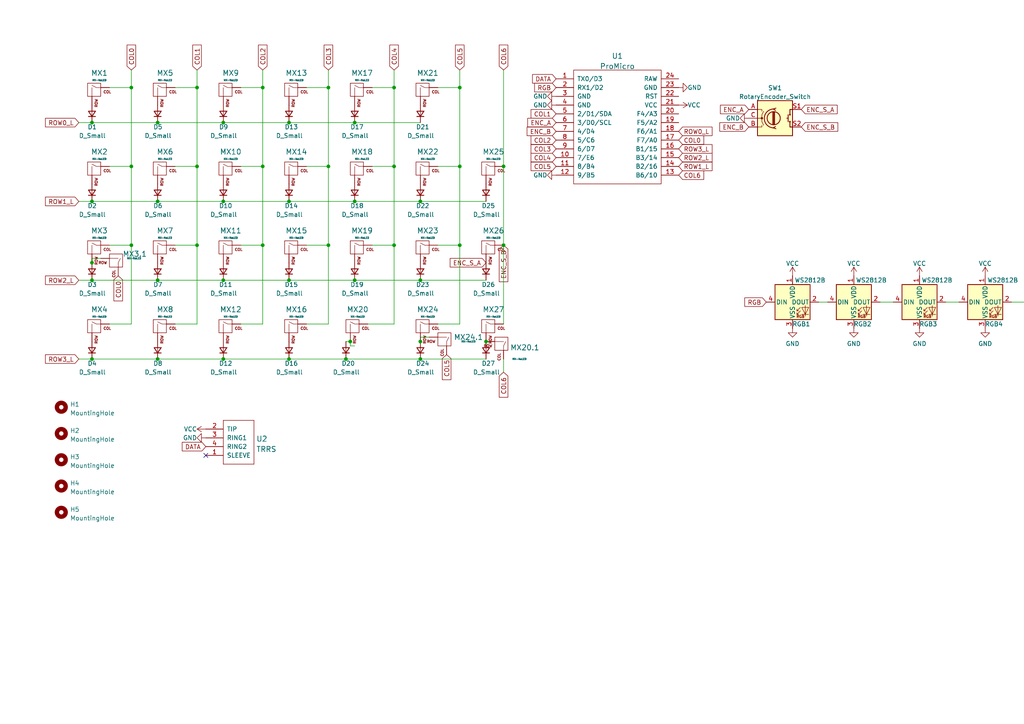
<source format=kicad_sch>
(kicad_sch (version 20230121) (generator eeschema)
  (paper "A4")
  (lib_symbols
    (symbol "Device:D_Small" (pin_numbers hide) (pin_names (offset 0.254) hide)
      (property "Reference" "D" (at -1.27 2.032 0))
      (property "Value" "D_Small" (at -3.81 -2.032 0))
      (symbol "D_Small_0_1"
        (polyline (pts (xy -0.762 -1.016) (xy -0.762 1.016)) (stroke (width 0.254)))
        (polyline (pts (xy -0.762 0) (xy 0.762 0)))
        (polyline (pts (xy 0.762 -1.016) (xy -0.762 0) (xy 0.762 1.016) (xy 0.762 -1.016)) (stroke (width 0.254)))
      )
      (symbol "D_Small_1_1"
        (pin passive line (at -2.54 0 0) (length 1.778) (name "K") (number "1"))
        (pin passive line (at 2.54 0 180) (length 1.778) (name "A") (number "2"))
      )
    )
    (symbol "Device:RotaryEncoder_Switch" (pin_names (offset 0.254) hide)
      (property "Reference" "SW" (at 0 6.604 0))
      (property "Value" "RotaryEncoder_Switch" (at 0 -6.604 0))
      (symbol "RotaryEncoder_Switch_0_1"
        (rectangle (start -5.08 5.08) (end 5.08 -5.08) (stroke (width 0.254)) (fill (type background)))
        (circle (center -3.81 0) (radius 0.254) (fill (type outline)))
        (circle (center -0.381 0) (radius 1.905) (stroke (width 0.254)))
        (arc (start -0.381 2.667) (mid -3.0988 -0.0635) (end -0.381 -2.794) (stroke (width 0.254)))
        (polyline (pts (xy -0.635 -1.778) (xy -0.635 1.778)) (stroke (width 0.254)))
        (polyline (pts (xy -0.381 -1.778) (xy -0.381 1.778)) (stroke (width 0.254)))
        (polyline (pts (xy -0.127 1.778) (xy -0.127 -1.778)) (stroke (width 0.254)))
        (polyline (pts (xy 3.81 0) (xy 3.429 0)) (stroke (width 0.254)))
        (polyline (pts (xy 3.81 1.016) (xy 3.81 -1.016)) (stroke (width 0.254)))
        (polyline (pts (xy -5.08 -2.54) (xy -3.81 -2.54) (xy -3.81 -2.032)))
        (polyline (pts (xy -5.08 2.54) (xy -3.81 2.54) (xy -3.81 2.032)))
        (polyline (pts (xy 0.254 -3.048) (xy -0.508 -2.794) (xy 0.127 -2.413)) (stroke (width 0.254)))
        (polyline (pts (xy 0.254 2.921) (xy -0.508 2.667) (xy 0.127 2.286)) (stroke (width 0.254)))
        (polyline (pts (xy 5.08 -2.54) (xy 4.318 -2.54) (xy 4.318 -1.016)) (stroke (width 0.254)))
        (polyline (pts (xy 5.08 2.54) (xy 4.318 2.54) (xy 4.318 1.016)) (stroke (width 0.254)))
        (polyline (pts (xy -5.08 0) (xy -3.81 0) (xy -3.81 -1.016) (xy -3.302 -2.032)))
        (polyline (pts (xy -4.318 0) (xy -3.81 0) (xy -3.81 1.016) (xy -3.302 2.032)))
        (circle (center 4.318 -1.016) (radius 0.127) (stroke (width 0.254)))
        (circle (center 4.318 1.016) (radius 0.127) (stroke (width 0.254)))
      )
      (symbol "RotaryEncoder_Switch_1_1"
        (pin passive line (at -7.62 2.54 0) (length 2.54) (name "A") (number "A"))
        (pin passive line (at -7.62 -2.54 0) (length 2.54) (name "B") (number "B"))
        (pin passive line (at -7.62 0 0) (length 2.54) (name "C") (number "C"))
        (pin passive line (at 7.62 2.54 180) (length 2.54) (name "S1") (number "S1"))
        (pin passive line (at 7.62 -2.54 180) (length 2.54) (name "S2") (number "S2"))
      )
    )
    (symbol "LED:WS2812B" (pin_names (offset 0.254))
      (property "Reference" "D" (at 5.08 5.715 0))
      (property "Value" "WS2812B" (at 1.27 -5.715 0))
      (symbol "WS2812B_0_0"
        (text "RGB" (at 2.286 -4.191 0) (effects (font (size 0.762 0.762))))
      )
      (symbol "WS2812B_0_1"
        (polyline (pts (xy 1.27 -3.556) (xy 1.778 -3.556)))
        (polyline (pts (xy 1.27 -2.54) (xy 1.778 -2.54)))
        (polyline (pts (xy 4.699 -3.556) (xy 2.667 -3.556)))
        (polyline (pts (xy 2.286 -2.54) (xy 1.27 -3.556) (xy 1.27 -3.048)))
        (polyline (pts (xy 2.286 -1.524) (xy 1.27 -2.54) (xy 1.27 -2.032)))
        (polyline (pts (xy 3.683 -1.016) (xy 3.683 -3.556) (xy 3.683 -4.064)))
        (polyline (pts (xy 4.699 -1.524) (xy 2.667 -1.524) (xy 3.683 -3.556) (xy 4.699 -1.524)))
        (rectangle (start 5.08 5.08) (end -5.08 -5.08) (stroke (width 0.254)) (fill (type background)))
      )
      (symbol "WS2812B_1_1"
        (pin power_in line (at 0 7.62 270) (length 2.54) (name "VDD") (number "1"))
        (pin output line (at 7.62 0 180) (length 2.54) (name "DOUT") (number "2"))
        (pin power_in line (at 0 -7.62 90) (length 2.54) (name "VSS") (number "3"))
        (pin input line (at -7.62 0 0) (length 2.54) (name "DIN") (number "4"))
      )
    )
    (symbol "MX_Alps_Hybrid:MX-NoLED" (pin_names (offset 1.016))
      (property "Reference" "MX" (at -0.635 3.81 0))
      (property "Value" "MX-NoLED" (at -0.635 1.27 0))
      (symbol "MX-NoLED_0_0"
        (rectangle (start -2.54 2.54) (end 1.27 -1.27))
        (polyline (pts (xy -1.27 -1.27) (xy -1.27 1.27)) (stroke (width 0.127)))
        (polyline (pts (xy 1.27 1.27) (xy 0 1.27) (xy -1.27 1.905)) (stroke (width 0.127)))
        (text "COL" (at 3.175 0 0) (effects (font (size 0.762 0.762))))
        (text "ROW" (at 0 -1.905 900) (effects (font (size 0.762 0.762)) (justify right)))
      )
      (symbol "MX-NoLED_1_1"
        (pin passive line (at 3.81 1.27 180) (length 2.54) (name "COL") (number "1"))
        (pin passive line (at -1.27 -3.81 90) (length 2.54) (name "ROW") (number "2"))
      )
    )
    (symbol "Mechanical:MountingHole" (pin_names (offset 1.016))
      (property "Reference" "H" (at 0 5.08 0))
      (property "Value" "MountingHole" (at 0 3.175 0))
      (symbol "MountingHole_0_1"
        (circle (center 0 0) (radius 1.27) (stroke (width 1.27)))
      )
    )
    (symbol "kbd:ProMicro" (pin_names (offset 1.016))
      (property "Reference" "U" (at 0 19.05 0))
      (property "Value" "ProMicro" (at 0 -19.05 0))
      (symbol "ProMicro_0_1"
        (rectangle (start -12.7 16.51) (end 12.7 -16.51))
      )
      (symbol "ProMicro_1_1"
        (pin bidirectional line (at -17.78 13.97 0) (length 5.08) (name "TX0/D3") (number "1"))
        (pin bidirectional line (at -17.78 -8.89 0) (length 5.08) (name "7/E6") (number "10"))
        (pin bidirectional line (at -17.78 -11.43 0) (length 5.08) (name "8/B4") (number "11"))
        (pin bidirectional line (at -17.78 -13.97 0) (length 5.08) (name "9/B5") (number "12"))
        (pin bidirectional line (at 17.78 -13.97 180) (length 5.08) (name "B6/10") (number "13"))
        (pin bidirectional line (at 17.78 -11.43 180) (length 5.08) (name "B2/16") (number "14"))
        (pin bidirectional line (at 17.78 -8.89 180) (length 5.08) (name "B3/14") (number "15"))
        (pin bidirectional line (at 17.78 -6.35 180) (length 5.08) (name "B1/15") (number "16"))
        (pin bidirectional line (at 17.78 -3.81 180) (length 5.08) (name "F7/A0") (number "17"))
        (pin bidirectional line (at 17.78 -1.27 180) (length 5.08) (name "F6/A1") (number "18"))
        (pin bidirectional line (at 17.78 1.27 180) (length 5.08) (name "F5/A2") (number "19"))
        (pin bidirectional line (at -17.78 11.43 0) (length 5.08) (name "RX1/D2") (number "2"))
        (pin bidirectional line (at 17.78 3.81 180) (length 5.08) (name "F4/A3") (number "20"))
        (pin power_in line (at 17.78 6.35 180) (length 5.08) (name "VCC") (number "21"))
        (pin input line (at 17.78 8.89 180) (length 5.08) (name "RST") (number "22"))
        (pin power_in line (at 17.78 11.43 180) (length 5.08) (name "GND") (number "23"))
        (pin power_out line (at 17.78 13.97 180) (length 5.08) (name "RAW") (number "24"))
        (pin power_in line (at -17.78 8.89 0) (length 5.08) (name "GND") (number "3"))
        (pin power_in line (at -17.78 6.35 0) (length 5.08) (name "GND") (number "4"))
        (pin bidirectional line (at -17.78 3.81 0) (length 5.08) (name "2/D1/SDA") (number "5"))
        (pin bidirectional line (at -17.78 1.27 0) (length 5.08) (name "3/D0/SCL") (number "6"))
        (pin bidirectional line (at -17.78 -1.27 0) (length 5.08) (name "4/D4") (number "7"))
        (pin bidirectional line (at -17.78 -3.81 0) (length 5.08) (name "5/C6") (number "8"))
        (pin bidirectional line (at -17.78 -6.35 0) (length 5.08) (name "6/D7") (number "9"))
      )
    )
    (symbol "keebio:TRRS" (pin_names (offset 1.016))
      (property "Reference" "U" (at 0 15.24 0))
      (property "Value" "TRRS" (at 0 -2.54 0))
      (symbol "TRRS_0_1"
        (rectangle (start -3.81 0) (end -3.81 12.7))
        (rectangle (start -3.81 12.7) (end 5.08 12.7))
        (rectangle (start 5.08 0) (end -3.81 0))
        (rectangle (start 5.08 12.7) (end 5.08 0))
      )
      (symbol "TRRS_1_1"
        (pin input line (at -8.89 2.54 0) (length 5.08) (name "SLEEVE") (number "1"))
        (pin input line (at -8.89 10.16 0) (length 5.08) (name "TIP") (number "2"))
        (pin input line (at -8.89 7.62 0) (length 5.08) (name "RING1") (number "3"))
        (pin input line (at -8.89 5.08 0) (length 5.08) (name "RING2") (number "4"))
      )
    )
    (symbol "power:GND" (power) (pin_names (offset 0))
      (property "Value" "GND" (at 0 -3.81 0))
      (symbol "GND_0_1"
        (polyline (pts (xy 0 0) (xy 0 -1.27) (xy 1.27 -1.27) (xy 0 -2.54) (xy -1.27 -1.27) (xy 0 -1.27)))
      )
      (symbol "GND_1_1"
        (pin power_in line (at 0 0 270) (length 0) hide (name "GND") (number "1"))
      )
    )
    (symbol "power:VCC" (power) (pin_names (offset 0))
      (property "Value" "VCC" (at 0 3.81 0))
      (symbol "VCC_0_1"
        (polyline (pts (xy -0.762 1.27) (xy 0 2.54)))
        (polyline (pts (xy 0 0) (xy 0 2.54)))
        (polyline (pts (xy 0 2.54) (xy 0.762 1.27)))
      )
      (symbol "VCC_1_1"
        (pin power_in line (at 0 0 90) (length 0) hide (name "VCC") (number "1"))
      )
    )
  )
  (junction (at 45.72 81.28))
  (junction (at 64.77 81.28))
  (junction (at 121.92 81.28))
  (junction (at 76.2 71.12))
  (junction (at 114.3 71.12))
  (junction (at 102.87 35.56))
  (junction (at 83.82 104.14))
  (junction (at 102.87 58.42))
  (junction (at 38.1 48.26))
  (junction (at 26.67 81.28))
  (junction (at 38.1 71.12))
  (junction (at 133.35 48.26))
  (junction (at 26.67 35.56))
  (junction (at 95.25 25.4))
  (junction (at 146.05 48.26))
  (junction (at 45.72 104.14))
  (junction (at 45.72 35.56))
  (junction (at 26.67 104.14))
  (junction (at 38.1 25.4))
  (junction (at 83.82 35.56))
  (junction (at 101.6 99.06))
  (junction (at 114.3 48.26))
  (junction (at 76.2 25.4))
  (junction (at 121.92 58.42))
  (junction (at 64.77 35.56))
  (junction (at 146.05 71.12))
  (junction (at 45.72 58.42))
  (junction (at 57.15 71.12))
  (junction (at 26.67 58.42))
  (junction (at 95.25 71.12))
  (junction (at 133.35 25.4))
  (junction (at 95.25 48.26))
  (junction (at 83.82 81.28))
  (junction (at 140.97 99.06))
  (junction (at 57.15 48.26))
  (junction (at 102.87 81.28))
  (junction (at 121.92 99.06))
  (junction (at 114.3 25.4))
  (junction (at 64.77 58.42))
  (junction (at 57.15 25.4))
  (junction (at 83.82 58.42))
  (junction (at 64.77 104.14))
  (junction (at 133.35 71.12))
  (junction (at 76.2 48.26))
  (junction (at 100.33 104.14))
  (junction (at 121.92 104.14))
  (junction (at 26.67 76.2))
  (no_connect (at 331.47 87.63))
  (no_connect (at 59.69 132.08))
  (wire (pts (xy 38.1 71.12) (xy 31.75 71.12)))
  (wire (pts (xy 57.15 48.26) (xy 57.15 25.4)))
  (wire (pts (xy 95.25 93.98) (xy 88.9 93.98)))
  (wire (pts (xy 38.1 71.12) (xy 38.1 93.98)))
  (wire (pts (xy 114.3 71.12) (xy 107.95 71.12)))
  (wire (pts (xy 45.72 104.14) (xy 64.77 104.14)))
  (wire (pts (xy 45.72 81.28) (xy 64.77 81.28)))
  (wire (pts (xy 100.33 99.06) (xy 101.6 99.06)))
  (wire (pts (xy 95.25 71.12) (xy 95.25 93.98)))
  (wire (pts (xy 76.2 48.26) (xy 69.85 48.26)))
  (wire (pts (xy 133.35 48.26) (xy 133.35 25.4)))
  (wire (pts (xy 146.05 20.32) (xy 146.05 48.26)))
  (wire (pts (xy 102.87 100.33) (xy 101.6 100.33)))
  (wire (pts (xy 22.86 104.14) (xy 26.67 104.14)))
  (wire (pts (xy 83.82 58.42) (xy 102.87 58.42)))
  (wire (pts (xy 274.32 87.63) (xy 278.13 87.63)))
  (wire (pts (xy 38.1 25.4) (xy 38.1 48.26)))
  (wire (pts (xy 95.25 25.4) (xy 95.25 48.26)))
  (wire (pts (xy 57.15 48.26) (xy 50.8 48.26)))
  (wire (pts (xy 114.3 25.4) (xy 114.3 48.26)))
  (wire (pts (xy 64.77 35.56) (xy 83.82 35.56)))
  (wire (pts (xy 102.87 58.42) (xy 121.92 58.42)))
  (wire (pts (xy 95.25 71.12) (xy 88.9 71.12)))
  (wire (pts (xy 237.49 87.63) (xy 240.03 87.63)))
  (wire (pts (xy 29.21 74.93) (xy 26.67 74.93)))
  (wire (pts (xy 76.2 48.26) (xy 76.2 71.12)))
  (wire (pts (xy 26.67 104.14) (xy 45.72 104.14)))
  (wire (pts (xy 114.3 48.26) (xy 107.95 48.26)))
  (wire (pts (xy 95.25 20.32) (xy 95.25 25.4)))
  (wire (pts (xy 57.15 25.4) (xy 50.8 25.4)))
  (wire (pts (xy 57.15 71.12) (xy 50.8 71.12)))
  (wire (pts (xy 45.72 58.42) (xy 64.77 58.42)))
  (wire (pts (xy 76.2 71.12) (xy 76.2 93.98)))
  (wire (pts (xy 83.82 35.56) (xy 102.87 35.56)))
  (wire (pts (xy 293.37 87.63) (xy 297.18 87.63)))
  (wire (pts (xy 76.2 71.12) (xy 69.85 71.12)))
  (wire (pts (xy 114.3 71.12) (xy 114.3 93.98)))
  (wire (pts (xy 83.82 104.14) (xy 100.33 104.14)))
  (wire (pts (xy 100.33 104.14) (xy 121.92 104.14)))
  (wire (pts (xy 38.1 20.32) (xy 38.1 25.4)))
  (wire (pts (xy 107.95 25.4) (xy 114.3 25.4)))
  (wire (pts (xy 57.15 93.98) (xy 57.15 71.12)))
  (wire (pts (xy 255.27 87.63) (xy 259.08 87.63)))
  (wire (pts (xy 22.86 35.56) (xy 26.67 35.56)))
  (wire (pts (xy 121.92 97.79) (xy 121.92 99.06)))
  (wire (pts (xy 26.67 81.28) (xy 45.72 81.28)))
  (wire (pts (xy 101.6 100.33) (xy 101.6 99.06)))
  (wire (pts (xy 76.2 25.4) (xy 76.2 48.26)))
  (wire (pts (xy 45.72 35.56) (xy 64.77 35.56)))
  (wire (pts (xy 102.87 81.28) (xy 121.92 81.28)))
  (wire (pts (xy 26.67 35.56) (xy 45.72 35.56)))
  (wire (pts (xy 64.77 104.14) (xy 83.82 104.14)))
  (wire (pts (xy 121.92 58.42) (xy 140.97 58.42)))
  (wire (pts (xy 76.2 93.98) (xy 69.85 93.98)))
  (wire (pts (xy 31.75 25.4) (xy 38.1 25.4)))
  (wire (pts (xy 38.1 48.26) (xy 31.75 48.26)))
  (wire (pts (xy 26.67 74.93) (xy 26.67 76.2)))
  (wire (pts (xy 114.3 20.32) (xy 114.3 25.4)))
  (wire (pts (xy 57.15 71.12) (xy 57.15 48.26)))
  (wire (pts (xy 312.42 87.63) (xy 316.23 87.63)))
  (wire (pts (xy 146.05 104.14) (xy 146.05 107.95)))
  (wire (pts (xy 88.9 25.4) (xy 95.25 25.4)))
  (wire (pts (xy 95.25 48.26) (xy 88.9 48.26)))
  (wire (pts (xy 127 48.26) (xy 133.35 48.26)))
  (wire (pts (xy 114.3 93.98) (xy 106.68 93.98)))
  (wire (pts (xy 121.92 97.79) (xy 124.46 97.79)))
  (wire (pts (xy 127 71.12) (xy 133.35 71.12)))
  (wire (pts (xy 76.2 20.32) (xy 76.2 25.4)))
  (wire (pts (xy 22.86 58.42) (xy 26.67 58.42)))
  (wire (pts (xy 127 93.98) (xy 133.35 93.98)))
  (wire (pts (xy 38.1 48.26) (xy 38.1 71.12)))
  (wire (pts (xy 146.05 48.26) (xy 146.05 71.12)))
  (wire (pts (xy 114.3 48.26) (xy 114.3 71.12)))
  (wire (pts (xy 64.77 58.42) (xy 83.82 58.42)))
  (wire (pts (xy 57.15 20.32) (xy 57.15 25.4)))
  (wire (pts (xy 133.35 71.12) (xy 133.35 48.26)))
  (wire (pts (xy 95.25 48.26) (xy 95.25 71.12)))
  (wire (pts (xy 133.35 93.98) (xy 133.35 71.12)))
  (wire (pts (xy 50.8 93.98) (xy 57.15 93.98)))
  (wire (pts (xy 64.77 81.28) (xy 83.82 81.28)))
  (wire (pts (xy 69.85 25.4) (xy 76.2 25.4)))
  (wire (pts (xy 83.82 81.28) (xy 102.87 81.28)))
  (wire (pts (xy 121.92 81.28) (xy 140.97 81.28)))
  (wire (pts (xy 127 25.4) (xy 133.35 25.4)))
  (wire (pts (xy 26.67 58.42) (xy 45.72 58.42)))
  (wire (pts (xy 121.92 104.14) (xy 140.97 104.14)))
  (wire (pts (xy 38.1 93.98) (xy 31.75 93.98)))
  (wire (pts (xy 146.05 71.12) (xy 146.05 93.98)))
  (wire (pts (xy 133.35 20.32) (xy 133.35 25.4)))
  (wire (pts (xy 102.87 35.56) (xy 121.92 35.56)))
  (wire (pts (xy 22.86 81.28) (xy 26.67 81.28)))
  (global_label "COL0" (shape input) (at 34.29 80.01 270) (property "Intersheetrefs" "${INTERSHEET_REFS}" (effects hide)))
  (global_label "ENC_S_B" (shape input) (at 146.05 71.12 270) (property "Intersheetrefs" "${INTERSHEET_REFS}" (effects hide)))
  (global_label "COL0" (shape input) (at 38.1 20.32 90) (property "Intersheetrefs" "${INTERSHEET_REFS}" (effects hide)))
  (global_label "ENC_S_B" (shape input) (at 232.41 36.83 0) (property "Intersheetrefs" "${INTERSHEET_REFS}" (effects hide)))
  (global_label "ROW2_L" (shape input) (at 196.85 45.72 0) (property "Intersheetrefs" "${INTERSHEET_REFS}" (effects hide)))
  (global_label "DATA" (shape input) (at 59.69 129.54 180) (property "Intersheetrefs" "${INTERSHEET_REFS}" (effects hide)))
  (global_label "ROW0_L" (shape input) (at 22.86 35.56 180) (property "Intersheetrefs" "${INTERSHEET_REFS}" (effects hide)))
  (global_label "COL6" (shape input) (at 146.05 20.32 90) (property "Intersheetrefs" "${INTERSHEET_REFS}" (effects hide)))
  (global_label "COL5" (shape input) (at 161.29 48.26 180) (property "Intersheetrefs" "${INTERSHEET_REFS}" (effects hide)))
  (global_label "ENC_B" (shape input) (at 161.29 38.1 180) (property "Intersheetrefs" "${INTERSHEET_REFS}" (effects hide)))
  (global_label "ROW3_L" (shape input) (at 196.85 43.18 0) (property "Intersheetrefs" "${INTERSHEET_REFS}" (effects hide)))
  (global_label "ROW3_L" (shape input) (at 22.86 104.14 180) (property "Intersheetrefs" "${INTERSHEET_REFS}" (effects hide)))
  (global_label "ROW2_L" (shape input) (at 22.86 81.28 180) (property "Intersheetrefs" "${INTERSHEET_REFS}" (effects hide)))
  (global_label "ENC_A" (shape input) (at 217.17 31.75 180) (property "Intersheetrefs" "${INTERSHEET_REFS}" (effects hide)))
  (global_label "ENC_S_A" (shape input) (at 232.41 31.75 0) (property "Intersheetrefs" "${INTERSHEET_REFS}" (effects hide)))
  (global_label "ENC_S_A" (shape input) (at 140.97 76.2 180) (property "Intersheetrefs" "${INTERSHEET_REFS}" (effects hide)))
  (global_label "COL3" (shape input) (at 161.29 43.18 180) (property "Intersheetrefs" "${INTERSHEET_REFS}" (effects hide)))
  (global_label "COL2" (shape input) (at 76.2 20.32 90) (property "Intersheetrefs" "${INTERSHEET_REFS}" (effects hide)))
  (global_label "COL5" (shape input) (at 129.54 102.87 270) (property "Intersheetrefs" "${INTERSHEET_REFS}" (effects hide)))
  (global_label "COL4" (shape input) (at 161.29 45.72 180) (property "Intersheetrefs" "${INTERSHEET_REFS}" (effects hide)))
  (global_label "RGB" (shape input) (at 222.25 87.63 180) (property "Intersheetrefs" "${INTERSHEET_REFS}" (effects hide)))
  (global_label "DATA" (shape input) (at 161.29 22.86 180) (property "Intersheetrefs" "${INTERSHEET_REFS}" (effects hide)))
  (global_label "COL1" (shape input) (at 161.29 33.02 180) (property "Intersheetrefs" "${INTERSHEET_REFS}" (effects hide)))
  (global_label "COL6" (shape input) (at 196.85 50.8 0) (property "Intersheetrefs" "${INTERSHEET_REFS}" (effects hide)))
  (global_label "COL0" (shape input) (at 196.85 40.64 0) (property "Intersheetrefs" "${INTERSHEET_REFS}" (effects hide)))
  (global_label "COL2" (shape input) (at 161.29 40.64 180) (property "Intersheetrefs" "${INTERSHEET_REFS}" (effects hide)))
  (global_label "COL5" (shape input) (at 133.35 20.32 90) (property "Intersheetrefs" "${INTERSHEET_REFS}" (effects hide)))
  (global_label "COL1" (shape input) (at 57.15 20.32 90) (property "Intersheetrefs" "${INTERSHEET_REFS}" (effects hide)))
  (global_label "COL3" (shape input) (at 95.25 20.32 90) (property "Intersheetrefs" "${INTERSHEET_REFS}" (effects hide)))
  (global_label "ENC_B" (shape input) (at 217.17 36.83 180) (property "Intersheetrefs" "${INTERSHEET_REFS}" (effects hide)))
  (global_label "COL6" (shape input) (at 146.05 107.95 270) (property "Intersheetrefs" "${INTERSHEET_REFS}" (effects hide)))
  (global_label "ROW0_L" (shape input) (at 196.85 38.1 0) (property "Intersheetrefs" "${INTERSHEET_REFS}" (effects hide)))
  (global_label "COL4" (shape input) (at 114.3 20.32 90) (property "Intersheetrefs" "${INTERSHEET_REFS}" (effects hide)))
  (global_label "ROW1_L" (shape input) (at 196.85 48.26 0) (property "Intersheetrefs" "${INTERSHEET_REFS}" (effects hide)))
  (global_label "ROW1_L" (shape input) (at 22.86 58.42 180) (property "Intersheetrefs" "${INTERSHEET_REFS}" (effects hide)))
  (global_label "RGB" (shape input) (at 161.29 25.4 180) (property "Intersheetrefs" "${INTERSHEET_REFS}" (effects hide)))
  (global_label "ENC_A" (shape input) (at 161.29 35.56 180) (property "Intersheetrefs" "${INTERSHEET_REFS}" (effects hide)))
  (symbol (lib_id "MX_Alps_Hybrid:MX-NoLED") (at 104.14 49.53 0) (unit 1)
    (property "Reference" "MX18" (at 105.0256 44.0383 0) (effects (font (size 1.524 1.524))))
    (property "Value" "MX-NoLED" (at 105.0256 46.1185 0) (effects (font (size 0.508 0.508))))
    (property "Footprint" "MX_Only:MXOnly-1U-NoLED" (effects hide))
  )
  (symbol (lib_id "MX_Alps_Hybrid:MX-NoLED") (at 144.78 100.33 270) (unit 1)
    (property "Reference" "MX20.1" (at 147.955 100.8056 90) (effects (font (size 1.524 1.524)) (justify left)))
    (property "Value" "MX-NoLED" (at 148.59 104.14 90) (effects (font (size 0.508 0.508)) (justify left)))
    (property "Footprint" "MX_Only:MXOnly-2U-NoLED" (effects hide))
  )
  (symbol (lib_id "MX_Alps_Hybrid:MX-NoLED") (at 66.04 49.53 0) (unit 1)
    (property "Reference" "MX10" (at 66.9256 44.0383 0) (effects (font (size 1.524 1.524))))
    (property "Value" "MX-NoLED" (at 66.9256 46.1185 0) (effects (font (size 0.508 0.508))))
    (property "Footprint" "MX_Only:MXOnly-1U-NoLED" (effects hide))
  )
  (symbol (lib_id "Device:D_Small") (at 26.67 33.02 90) (unit 1)
    (property "Reference" "D1" (at 25.4 36.83 90) (effects (justify right)))
    (property "Value" "D_Small" (at 22.86 39.37 90) (effects (justify right)))
    (property "Footprint" "kbd:D3_TH_SMD_only_back" (effects hide))
  )
  (symbol (lib_id "Mechanical:MountingHole") (at 17.78 148.59 0) (unit 1)
    (property "Reference" "H5" (at 20.32 147.7553 0) (effects (justify left)))
    (property "Value" "MountingHole" (at 20.32 150.2922 0) (effects (justify left)))
    (property "Footprint" "MountingHole:MountingHole_2.1mm" (effects hide))
  )
  (symbol (lib_id "power:VCC") (at 285.75 80.01 0) (unit 1)
    (property "Reference" "#PWR0121" (effects hide))
    (property "Value" "VCC" (at 285.75 76.4342 0))
  )
  (symbol (lib_id "power:VCC") (at 247.65 80.01 0) (unit 1)
    (property "Reference" "#PWR0113" (effects hide))
    (property "Value" "VCC" (at 247.65 76.4342 0))
  )
  (symbol (lib_id "Mechanical:MountingHole") (at 17.78 125.73 0) (unit 1)
    (property "Reference" "H2" (at 20.32 124.8953 0) (effects (justify left)))
    (property "Value" "MountingHole" (at 20.32 127.4322 0) (effects (justify left)))
    (property "Footprint" "MountingHole:MountingHole_2.1mm" (effects hide))
  )
  (symbol (lib_id "Device:D_Small") (at 102.87 33.02 90) (unit 1)
    (property "Reference" "D17" (at 101.6 36.83 90) (effects (justify right)))
    (property "Value" "D_Small" (at 99.06 39.37 90) (effects (justify right)))
    (property "Footprint" "kbd:D3_TH_SMD_only_back" (effects hide))
  )
  (symbol (lib_id "power:GND") (at 196.85 25.4 90) (unit 1)
    (property "Reference" "#PWR0105" (effects hide))
    (property "Value" "GND" (at 199.39 25.4 90) (effects (justify right)))
  )
  (symbol (lib_id "power:VCC") (at 59.69 124.46 90) (unit 1)
    (property "Reference" "#PWR0106" (effects hide))
    (property "Value" "VCC" (at 57.15 124.46 90) (effects (justify left)))
  )
  (symbol (lib_id "power:GND") (at 59.69 127 270) (unit 1)
    (property "Reference" "#PWR0104" (effects hide))
    (property "Value" "GND" (at 57.15 127 90) (effects (justify right)))
  )
  (symbol (lib_id "power:GND") (at 247.65 95.25 0) (unit 1)
    (property "Reference" "#PWR0114" (effects hide))
    (property "Value" "GND" (at 247.65 99.6934 0))
  )
  (symbol (lib_id "MX_Alps_Hybrid:MX-NoLED") (at 46.99 72.39 0) (unit 1)
    (property "Reference" "MX7" (at 47.8756 66.8983 0) (effects (font (size 1.524 1.524))))
    (property "Value" "MX-NoLED" (at 47.8756 68.9785 0) (effects (font (size 0.508 0.508))))
    (property "Footprint" "MX_Only:MXOnly-1U-NoLED" (effects hide))
  )
  (symbol (lib_id "LED:WS2812B") (at 266.7 87.63 0) (unit 1)
    (property "Reference" "RGB3" (at 269.24 93.98 0))
    (property "Value" "WS2812B" (at 271.78 81.28 0))
    (property "Footprint" "kbd:LED_WS2812B-PLCC4" (effects hide))
    (property "Datasheet" "https://cdn-shop.adafruit.com/datasheets/WS2812B.pdf" (effects hide))
  )
  (symbol (lib_id "Device:D_Small") (at 45.72 33.02 90) (unit 1)
    (property "Reference" "D5" (at 44.45 36.83 90) (effects (justify right)))
    (property "Value" "D_Small" (at 41.91 39.37 90) (effects (justify right)))
    (property "Footprint" "kbd:D3_TH_SMD_only_back" (effects hide))
  )
  (symbol (lib_id "Device:D_Small") (at 121.92 33.02 90) (unit 1)
    (property "Reference" "D21" (at 120.65 36.83 90) (effects (justify right)))
    (property "Value" "D_Small" (at 118.11 39.37 90) (effects (justify right)))
    (property "Footprint" "kbd:D3_TH_SMD_only_back" (effects hide))
  )
  (symbol (lib_id "Device:D_Small") (at 140.97 101.6 90) (unit 1)
    (property "Reference" "D27" (at 139.7 105.41 90) (effects (justify right)))
    (property "Value" "D_Small" (at 137.16 107.95 90) (effects (justify right)))
    (property "Footprint" "kbd:D3_TH_SMD_only_back" (effects hide))
  )
  (symbol (lib_id "Device:D_Small") (at 83.82 78.74 90) (unit 1)
    (property "Reference" "D15" (at 82.55 82.55 90) (effects (justify right)))
    (property "Value" "D_Small" (at 80.01 85.09 90) (effects (justify right)))
    (property "Footprint" "kbd:D3_TH_SMD_only_back" (effects hide))
  )
  (symbol (lib_id "Device:D_Small") (at 26.67 55.88 90) (unit 1)
    (property "Reference" "D2" (at 25.4 59.69 90) (effects (justify right)))
    (property "Value" "D_Small" (at 22.86 62.23 90) (effects (justify right)))
    (property "Footprint" "kbd:D3_TH_SMD_only_back" (effects hide))
  )
  (symbol (lib_id "MX_Alps_Hybrid:MX-NoLED") (at 46.99 26.67 0) (unit 1)
    (property "Reference" "MX5" (at 47.8756 21.1783 0) (effects (font (size 1.524 1.524))))
    (property "Value" "MX-NoLED" (at 47.8756 23.2585 0) (effects (font (size 0.508 0.508))))
    (property "Footprint" "MX_Only:MXOnly-1U-NoLED" (effects hide))
  )
  (symbol (lib_id "Device:D_Small") (at 100.33 101.6 90) (unit 1)
    (property "Reference" "D20" (at 99.06 105.41 90) (effects (justify right)))
    (property "Value" "D_Small" (at 96.52 107.95 90) (effects (justify right)))
    (property "Footprint" "kbd:D3_TH_SMD_only_back" (effects hide))
  )
  (symbol (lib_id "MX_Alps_Hybrid:MX-NoLED") (at 66.04 95.25 0) (unit 1)
    (property "Reference" "MX12" (at 66.9256 89.7583 0) (effects (font (size 1.524 1.524))))
    (property "Value" "MX-NoLED" (at 66.9256 91.8385 0) (effects (font (size 0.508 0.508))))
    (property "Footprint" "MX_Only:MXOnly-1U-NoLED" (effects hide))
  )
  (symbol (lib_id "Device:D_Small") (at 140.97 55.88 90) (unit 1)
    (property "Reference" "D25" (at 139.7 59.69 90) (effects (justify right)))
    (property "Value" "D_Small" (at 137.16 62.23 90) (effects (justify right)))
    (property "Footprint" "kbd:D3_TH_SMD_only_back" (effects hide))
  )
  (symbol (lib_id "Device:D_Small") (at 83.82 55.88 90) (unit 1)
    (property "Reference" "D14" (at 82.55 59.69 90) (effects (justify right)))
    (property "Value" "D_Small" (at 80.01 62.23 90) (effects (justify right)))
    (property "Footprint" "kbd:D3_TH_SMD_only_back" (effects hide))
  )
  (symbol (lib_id "power:GND") (at 266.7 95.25 0) (unit 1)
    (property "Reference" "#PWR0119" (effects hide))
    (property "Value" "GND" (at 266.7 99.6934 0))
  )
  (symbol (lib_id "MX_Alps_Hybrid:MX-NoLED") (at 46.99 95.25 0) (unit 1)
    (property "Reference" "MX8" (at 47.8756 89.7583 0) (effects (font (size 1.524 1.524))))
    (property "Value" "MX-NoLED" (at 47.8756 91.8385 0) (effects (font (size 0.508 0.508))))
    (property "Footprint" "MX_Only:MXOnly-1U-NoLED" (effects hide))
  )
  (symbol (lib_id "MX_Alps_Hybrid:MX-NoLED") (at 142.24 95.25 0) (unit 1)
    (property "Reference" "MX27" (at 143.1256 89.7583 0) (effects (font (size 1.524 1.524))))
    (property "Value" "MX-NoLED" (at 143.1256 91.8385 0) (effects (font (size 0.508 0.508))))
    (property "Footprint" "MX_Only:MXOnly-1U-NoLED" (effects hide))
  )
  (symbol (lib_id "Device:D_Small") (at 83.82 101.6 90) (unit 1)
    (property "Reference" "D16" (at 82.55 105.41 90) (effects (justify right)))
    (property "Value" "D_Small" (at 80.01 107.95 90) (effects (justify right)))
    (property "Footprint" "kbd:D3_TH_SMD_only_back" (effects hide))
  )
  (symbol (lib_id "MX_Alps_Hybrid:MX-NoLED") (at 142.24 72.39 0) (unit 1)
    (property "Reference" "MX26" (at 143.1256 66.8983 0) (effects (font (size 1.524 1.524))))
    (property "Value" "MX-NoLED" (at 143.1256 68.9785 0) (effects (font (size 0.508 0.508))))
    (property "Footprint" "MX_Only:MXOnly-1U-NoLED" (effects hide))
  )
  (symbol (lib_id "LED:WS2812B") (at 229.87 87.63 0) (unit 1)
    (property "Reference" "RGB1" (at 232.41 93.98 0))
    (property "Value" "WS2812B" (at 234.95 81.28 0))
    (property "Footprint" "kbd:LED_WS2812B-PLCC4" (effects hide))
    (property "Datasheet" "https://cdn-shop.adafruit.com/datasheets/WS2812B.pdf" (effects hide))
  )
  (symbol (lib_id "power:GND") (at 304.8 95.25 0) (unit 1)
    (property "Reference" "#PWR0117" (effects hide))
    (property "Value" "GND" (at 304.8 99.6934 0))
  )
  (symbol (lib_id "MX_Alps_Hybrid:MX-NoLED") (at 142.24 49.53 0) (unit 1)
    (property "Reference" "MX25" (at 143.1256 44.0383 0) (effects (font (size 1.524 1.524))))
    (property "Value" "MX-NoLED" (at 143.1256 46.1185 0) (effects (font (size 0.508 0.508))))
    (property "Footprint" "MX_Only:MXOnly-1U-NoLED" (effects hide))
  )
  (symbol (lib_id "power:GND") (at 161.29 30.48 270) (unit 1)
    (property "Reference" "#PWR0102" (effects hide))
    (property "Value" "GND" (at 158.75 30.48 90) (effects (justify right)))
  )
  (symbol (lib_id "power:VCC") (at 196.85 30.48 270) (unit 1)
    (property "Reference" "#PWR0103" (effects hide))
    (property "Value" "VCC" (at 199.39 30.48 90) (effects (justify left)))
  )
  (symbol (lib_id "power:GND") (at 217.17 34.29 270) (unit 1)
    (property "Reference" "#PWR0123" (effects hide))
    (property "Value" "GND" (at 214.63 34.29 90) (effects (justify right)))
  )
  (symbol (lib_id "Device:D_Small") (at 102.87 55.88 90) (unit 1)
    (property "Reference" "D18" (at 101.6 59.69 90) (effects (justify right)))
    (property "Value" "D_Small" (at 99.06 62.23 90) (effects (justify right)))
    (property "Footprint" "kbd:D3_TH_SMD_only_back" (effects hide))
  )
  (symbol (lib_id "Device:D_Small") (at 64.77 55.88 90) (unit 1)
    (property "Reference" "D10" (at 63.5 59.69 90) (effects (justify right)))
    (property "Value" "D_Small" (at 60.96 62.23 90) (effects (justify right)))
    (property "Footprint" "kbd:D3_TH_SMD_only_back" (effects hide))
  )
  (symbol (lib_id "MX_Alps_Hybrid:MX-NoLED") (at 27.94 72.39 0) (unit 1)
    (property "Reference" "MX3" (at 28.8256 66.8983 0) (effects (font (size 1.524 1.524))))
    (property "Value" "MX-NoLED" (at 28.8256 68.9785 0) (effects (font (size 0.508 0.508))))
    (property "Footprint" "MX_Only:MXOnly-1.75U-NoLED" (effects hide))
  )
  (symbol (lib_id "power:GND") (at 161.29 50.8 270) (unit 1)
    (property "Reference" "#PWR01" (effects hide))
    (property "Value" "GND" (at 158.75 50.8 90) (effects (justify right)))
  )
  (symbol (lib_id "Device:D_Small") (at 83.82 33.02 90) (unit 1)
    (property "Reference" "D13" (at 82.55 36.83 90) (effects (justify right)))
    (property "Value" "D_Small" (at 80.01 39.37 90) (effects (justify right)))
    (property "Footprint" "kbd:D3_TH_SMD_only_back" (effects hide))
  )
  (symbol (lib_id "power:VCC") (at 323.85 80.01 0) (unit 1)
    (property "Reference" "#PWR0116" (effects hide))
    (property "Value" "VCC" (at 323.85 76.4342 0))
  )
  (symbol (lib_id "power:VCC") (at 229.87 80.01 0) (unit 1)
    (property "Reference" "#PWR0112" (effects hide))
    (property "Value" "VCC" (at 229.87 76.4342 0))
  )
  (symbol (lib_id "Mechanical:MountingHole") (at 17.78 140.97 0) (unit 1)
    (property "Reference" "H4" (at 20.32 140.1353 0) (effects (justify left)))
    (property "Value" "MountingHole" (at 20.32 142.6722 0) (effects (justify left)))
    (property "Footprint" "MountingHole:MountingHole_2.1mm" (effects hide))
  )
  (symbol (lib_id "MX_Alps_Hybrid:MX-NoLED") (at 102.87 95.25 0) (unit 1)
    (property "Reference" "MX20" (at 103.7556 89.7583 0) (effects (font (size 1.524 1.524))))
    (property "Value" "MX-NoLED" (at 103.7556 91.8385 0) (effects (font (size 0.508 0.508))))
    (property "Footprint" "MX_Only:MXOnly-1U-NoLED" (effects hide))
  )
  (symbol (lib_id "MX_Alps_Hybrid:MX-NoLED") (at 85.09 26.67 0) (unit 1)
    (property "Reference" "MX13" (at 85.9756 21.1783 0) (effects (font (size 1.524 1.524))))
    (property "Value" "MX-NoLED" (at 85.9756 23.2585 0) (effects (font (size 0.508 0.508))))
    (property "Footprint" "MX_Only:MXOnly-1U-NoLED" (effects hide))
  )
  (symbol (lib_id "Device:D_Small") (at 140.97 78.74 90) (unit 1)
    (property "Reference" "D26" (at 139.7 82.55 90) (effects (justify right)))
    (property "Value" "D_Small" (at 137.16 85.09 90) (effects (justify right)))
    (property "Footprint" "kbd:D3_TH_SMD_only_back" (effects hide))
  )
  (symbol (lib_id "Device:D_Small") (at 121.92 55.88 90) (unit 1)
    (property "Reference" "D22" (at 120.65 59.69 90) (effects (justify right)))
    (property "Value" "D_Small" (at 118.11 62.23 90) (effects (justify right)))
    (property "Footprint" "kbd:D3_TH_SMD_only_back" (effects hide))
  )
  (symbol (lib_id "Device:D_Small") (at 64.77 33.02 90) (unit 1)
    (property "Reference" "D9" (at 63.5 36.83 90) (effects (justify right)))
    (property "Value" "D_Small" (at 60.96 39.37 90) (effects (justify right)))
    (property "Footprint" "kbd:D3_TH_SMD_only_back" (effects hide))
  )
  (symbol (lib_id "MX_Alps_Hybrid:MX-NoLED") (at 104.14 26.67 0) (unit 1)
    (property "Reference" "MX17" (at 105.0256 21.1783 0) (effects (font (size 1.524 1.524))))
    (property "Value" "MX-NoLED" (at 105.0256 23.2585 0) (effects (font (size 0.508 0.508))))
    (property "Footprint" "MX_Only:MXOnly-1U-NoLED" (effects hide))
  )
  (symbol (lib_id "Device:D_Small") (at 26.67 78.74 90) (unit 1)
    (property "Reference" "D3" (at 25.4 82.55 90) (effects (justify right)))
    (property "Value" "D_Small" (at 22.86 85.09 90) (effects (justify right)))
    (property "Footprint" "kbd:D3_TH_SMD_only_back" (effects hide))
  )
  (symbol (lib_id "Device:D_Small") (at 64.77 101.6 90) (unit 1)
    (property "Reference" "D12" (at 63.5 105.41 90) (effects (justify right)))
    (property "Value" "D_Small" (at 60.96 107.95 90) (effects (justify right)))
    (property "Footprint" "kbd:D3_TH_SMD_only_back" (effects hide))
  )
  (symbol (lib_id "Device:D_Small") (at 45.72 78.74 90) (unit 1)
    (property "Reference" "D7" (at 44.45 82.55 90) (effects (justify right)))
    (property "Value" "D_Small" (at 41.91 85.09 90) (effects (justify right)))
    (property "Footprint" "kbd:D3_TH_SMD_only_back" (effects hide))
  )
  (symbol (lib_id "kbd:ProMicro") (at 179.07 36.83 0) (unit 1)
    (property "Reference" "U1" (at 179.07 16.2359 0) (effects (font (size 1.524 1.524))))
    (property "Value" "ProMicro" (at 179.07 19.2293 0) (effects (font (size 1.524 1.524))))
    (property "Footprint" "Custom_footprints_Léon:ArduinoProMicro_centered" (effects hide))
  )
  (symbol (lib_id "Device:D_Small") (at 45.72 101.6 90) (unit 1)
    (property "Reference" "D8" (at 44.45 105.41 90) (effects (justify right)))
    (property "Value" "D_Small" (at 41.91 107.95 90) (effects (justify right)))
    (property "Footprint" "kbd:D3_TH_SMD_only_back" (effects hide))
  )
  (symbol (lib_id "LED:WS2812B") (at 323.85 87.63 0) (unit 1)
    (property "Reference" "RGB6" (at 326.39 93.98 0))
    (property "Value" "WS2812B" (at 328.93 81.28 0))
    (property "Footprint" "kbd:LED_WS2812B-PLCC4" (effects hide))
    (property "Datasheet" "https://cdn-shop.adafruit.com/datasheets/WS2812B.pdf" (effects hide))
  )
  (symbol (lib_id "Device:D_Small") (at 121.92 78.74 90) (unit 1)
    (property "Reference" "D23" (at 120.65 82.55 90) (effects (justify right)))
    (property "Value" "D_Small" (at 118.11 85.09 90) (effects (justify right)))
    (property "Footprint" "kbd:D3_TH_SMD_only_back" (effects hide))
  )
  (symbol (lib_id "MX_Alps_Hybrid:MX-NoLED") (at 27.94 49.53 0) (unit 1)
    (property "Reference" "MX2" (at 28.8256 44.0383 0) (effects (font (size 1.524 1.524))))
    (property "Value" "MX-NoLED" (at 28.8256 46.1185 0) (effects (font (size 0.508 0.508))))
    (property "Footprint" "MX_Only:MXOnly-2.25U-NoLED" (effects hide))
  )
  (symbol (lib_id "Device:D_Small") (at 102.87 78.74 90) (unit 1)
    (property "Reference" "D19" (at 101.6 82.55 90) (effects (justify right)))
    (property "Value" "D_Small" (at 99.06 85.09 90) (effects (justify right)))
    (property "Footprint" "kbd:D3_TH_SMD_only_back" (effects hide))
  )
  (symbol (lib_id "power:VCC") (at 266.7 80.01 0) (unit 1)
    (property "Reference" "#PWR0120" (effects hide))
    (property "Value" "VCC" (at 266.7 76.4342 0))
  )
  (symbol (lib_id "keebio:TRRS") (at 68.58 134.62 0) (unit 1)
    (property "Reference" "U2" (at 74.295 127.2938 0) (effects (font (size 1.524 1.524)) (justify left)))
    (property "Value" "TRRS" (at 74.295 130.2872 0) (effects (font (size 1.524 1.524)) (justify left)))
    (property "Footprint" "keebio-parts:TRRS-PJ-320A" (effects hide))
  )
  (symbol (lib_id "MX_Alps_Hybrid:MX-NoLED") (at 46.99 49.53 0) (unit 1)
    (property "Reference" "MX6" (at 47.8756 44.0383 0) (effects (font (size 1.524 1.524))))
    (property "Value" "MX-NoLED" (at 47.8756 46.1185 0) (effects (font (size 0.508 0.508))))
    (property "Footprint" "MX_Only:MXOnly-1U-NoLED" (effects hide))
  )
  (symbol (lib_id "LED:WS2812B") (at 304.8 87.63 0) (unit 1)
    (property "Reference" "RGB5" (at 307.34 93.98 0))
    (property "Value" "WS2812B" (at 309.88 81.28 0))
    (property "Footprint" "kbd:LED_WS2812B-PLCC4" (effects hide))
    (property "Datasheet" "https://cdn-shop.adafruit.com/datasheets/WS2812B.pdf" (effects hide))
  )
  (symbol (lib_id "power:GND") (at 229.87 95.25 0) (unit 1)
    (property "Reference" "#PWR0111" (effects hide))
    (property "Value" "GND" (at 229.87 99.6934 0))
  )
  (symbol (lib_id "MX_Alps_Hybrid:MX-NoLED") (at 123.19 95.25 0) (unit 1)
    (property "Reference" "MX24" (at 124.0756 89.7583 0) (effects (font (size 1.524 1.524))))
    (property "Value" "MX-NoLED" (at 124.0756 91.8385 0) (effects (font (size 0.508 0.508))))
    (property "Footprint" "MX_Only:MXOnly-1.75U-NoLED" (effects hide))
  )
  (symbol (lib_id "MX_Alps_Hybrid:MX-NoLED") (at 85.09 72.39 0) (unit 1)
    (property "Reference" "MX15" (at 85.9756 66.8983 0) (effects (font (size 1.524 1.524))))
    (property "Value" "MX-NoLED" (at 85.9756 68.9785 0) (effects (font (size 0.508 0.508))))
    (property "Footprint" "MX_Only:MXOnly-1U-NoLED" (effects hide))
  )
  (symbol (lib_id "MX_Alps_Hybrid:MX-NoLED") (at 85.09 49.53 0) (unit 1)
    (property "Reference" "MX14" (at 85.9756 44.0383 0) (effects (font (size 1.524 1.524))))
    (property "Value" "MX-NoLED" (at 85.9756 46.1185 0) (effects (font (size 0.508 0.508))))
    (property "Footprint" "MX_Only:MXOnly-1U-NoLED" (effects hide))
  )
  (symbol (lib_id "MX_Alps_Hybrid:MX-NoLED") (at 27.94 95.25 0) (unit 1)
    (property "Reference" "MX4" (at 28.8256 89.7583 0) (effects (font (size 1.524 1.524))))
    (property "Value" "MX-NoLED" (at 28.8256 91.8385 0) (effects (font (size 0.508 0.508))))
    (property "Footprint" "MX_Only:MXOnly-1.25U-NoLED" (effects hide))
  )
  (symbol (lib_id "MX_Alps_Hybrid:MX-NoLED") (at 128.27 99.06 270) (unit 1)
    (property "Reference" "MX24.1" (at 135.89 97.79 90) (effects (font (size 1.524 1.524))))
    (property "Value" "MX-NoLED" (at 135.89 99.06 90) (effects (font (size 0.508 0.508))))
    (property "Footprint" "MX_Only:MXOnly-2.75U-ReversedStabilizers-NoLED" (effects hide))
  )
  (symbol (lib_id "MX_Alps_Hybrid:MX-NoLED") (at 33.02 76.2 270) (unit 1)
    (property "Reference" "MX3.1" (at 35.56 73.66 90) (effects (font (size 1.524 1.524)) (justify left)))
    (property "Value" "MX-NoLED" (at 36.83 74.93 90) (effects (font (size 0.508 0.508)) (justify left)))
    (property "Footprint" "MX_Only:MXOnly-2.75U-NoLED" (effects hide))
  )
  (symbol (lib_id "Device:D_Small") (at 26.67 101.6 90) (unit 1)
    (property "Reference" "D4" (at 25.4 105.41 90) (effects (justify right)))
    (property "Value" "D_Small" (at 22.86 107.95 90) (effects (justify right)))
    (property "Footprint" "kbd:D3_TH_SMD_only_back" (effects hide))
  )
  (symbol (lib_id "Device:RotaryEncoder_Switch") (at 224.79 34.29 0) (unit 1)
    (property "Reference" "SW1" (at 224.79 25.5102 0))
    (property "Value" "RotaryEncoder_Switch" (at 224.79 28.0471 0))
    (property "Footprint" "Custom_footprints_Léon:RotaryEncoder_EC11_Switch" (effects hide))
  )
  (symbol (lib_id "Device:D_Small") (at 64.77 78.74 90) (unit 1)
    (property "Reference" "D11" (at 63.5 82.55 90) (effects (justify right)))
    (property "Value" "D_Small" (at 60.96 85.09 90) (effects (justify right)))
    (property "Footprint" "kbd:D3_TH_SMD_only_back" (effects hide))
  )
  (symbol (lib_id "MX_Alps_Hybrid:MX-NoLED") (at 104.14 72.39 0) (unit 1)
    (property "Reference" "MX19" (at 105.0256 66.8983 0) (effects (font (size 1.524 1.524))))
    (property "Value" "MX-NoLED" (at 105.0256 68.9785 0) (effects (font (size 0.508 0.508))))
    (property "Footprint" "MX_Only:MXOnly-1U-NoLED" (effects hide))
  )
  (symbol (lib_id "MX_Alps_Hybrid:MX-NoLED") (at 66.04 26.67 0) (unit 1)
    (property "Reference" "MX9" (at 66.9256 21.1783 0) (effects (font (size 1.524 1.524))))
    (property "Value" "MX-NoLED" (at 66.9256 23.2585 0) (effects (font (size 0.508 0.508))))
    (property "Footprint" "MX_Only:MXOnly-1U-NoLED" (effects hide))
  )
  (symbol (lib_id "LED:WS2812B") (at 247.65 87.63 0) (unit 1)
    (property "Reference" "RGB2" (at 250.19 93.98 0))
    (property "Value" "WS2812B" (at 252.73 81.28 0))
    (property "Footprint" "kbd:LED_WS2812B-PLCC4" (effects hide))
    (property "Datasheet" "https://cdn-shop.adafruit.com/datasheets/WS2812B.pdf" (effects hide))
  )
  (symbol (lib_id "MX_Alps_Hybrid:MX-NoLED") (at 123.19 26.67 0) (unit 1)
    (property "Reference" "MX21" (at 124.0756 21.1783 0) (effects (font (size 1.524 1.524))))
    (property "Value" "MX-NoLED" (at 124.0756 23.2585 0) (effects (font (size 0.508 0.508))))
    (property "Footprint" "MX_Only:MXOnly-1U-NoLED" (effects hide))
  )
  (symbol (lib_id "Device:D_Small") (at 121.92 101.6 90) (unit 1)
    (property "Reference" "D24" (at 120.65 105.41 90) (effects (justify right)))
    (property "Value" "D_Small" (at 118.11 107.95 90) (effects (justify right)))
    (property "Footprint" "kbd:D3_TH_SMD_only_back" (effects hide))
  )
  (symbol (lib_id "MX_Alps_Hybrid:MX-NoLED") (at 123.19 72.39 0) (unit 1)
    (property "Reference" "MX23" (at 124.0756 66.8983 0) (effects (font (size 1.524 1.524))))
    (property "Value" "MX-NoLED" (at 124.0756 68.9785 0) (effects (font (size 0.508 0.508))))
    (property "Footprint" "MX_Only:MXOnly-1U-NoLED" (effects hide))
  )
  (symbol (lib_id "MX_Alps_Hybrid:MX-NoLED") (at 85.09 95.25 0) (unit 1)
    (property "Reference" "MX16" (at 85.9756 89.7583 0) (effects (font (size 1.524 1.524))))
    (property "Value" "MX-NoLED" (at 85.9756 91.8385 0) (effects (font (size 0.508 0.508))))
    (property "Footprint" "MX_Only:MXOnly-1U-NoLED" (effects hide))
  )
  (symbol (lib_id "power:GND") (at 285.75 95.25 0) (unit 1)
    (property "Reference" "#PWR0122" (effects hide))
    (property "Value" "GND" (at 285.75 99.6934 0))
  )
  (symbol (lib_id "power:VCC") (at 304.8 80.01 0) (unit 1)
    (property "Reference" "#PWR0115" (effects hide))
    (property "Value" "VCC" (at 304.8 76.4342 0))
  )
  (symbol (lib_id "MX_Alps_Hybrid:MX-NoLED") (at 123.19 49.53 0) (unit 1)
    (property "Reference" "MX22" (at 124.0756 44.0383 0) (effects (font (size 1.524 1.524))))
    (property "Value" "MX-NoLED" (at 124.0756 46.1185 0) (effects (font (size 0.508 0.508))))
    (property "Footprint" "MX_Only:MXOnly-1U-NoLED" (effects hide))
  )
  (symbol (lib_id "power:GND") (at 323.85 95.25 0) (unit 1)
    (property "Reference" "#PWR0118" (effects hide))
    (property "Value" "GND" (at 323.85 99.6934 0))
  )
  (symbol (lib_id "LED:WS2812B") (at 285.75 87.63 0) (unit 1)
    (property "Reference" "RGB4" (at 288.29 93.98 0))
    (property "Value" "WS2812B" (at 290.83 81.28 0))
    (property "Footprint" "kbd:LED_WS2812B-PLCC4" (effects hide))
    (property "Datasheet" "https://cdn-shop.adafruit.com/datasheets/WS2812B.pdf" (effects hide))
  )
  (symbol (lib_id "Device:D_Small") (at 45.72 55.88 90) (unit 1)
    (property "Reference" "D6" (at 44.45 59.69 90) (effects (justify right)))
    (property "Value" "D_Small" (at 41.91 62.23 90) (effects (justify right)))
    (property "Footprint" "kbd:D3_TH_SMD_only_back" (effects hide))
  )
  (symbol (lib_id "MX_Alps_Hybrid:MX-NoLED") (at 27.94 26.67 0) (unit 1)
    (property "Reference" "MX1" (at 28.8256 21.1783 0) (effects (font (size 1.524 1.524))))
    (property "Value" "MX-NoLED" (at 28.8256 23.2585 0) (effects (font (size 0.508 0.508))))
    (property "Footprint" "MX_Only:MXOnly-2U-NoLED" (effects hide))
  )
  (symbol (lib_id "power:GND") (at 161.29 27.94 270) (unit 1)
    (property "Reference" "#PWR0101" (effects hide))
    (property "Value" "GND" (at 158.75 27.94 90) (effects (justify right)))
  )
  (symbol (lib_id "Mechanical:MountingHole") (at 17.78 133.35 0) (unit 1)
    (property "Reference" "H3" (at 20.32 132.5153 0) (effects (justify left)))
    (property "Value" "MountingHole" (at 20.32 135.0522 0) (effects (justify left)))
    (property "Footprint" "MountingHole:MountingHole_2.1mm" (effects hide))
  )
  (symbol (lib_id "Mechanical:MountingHole") (at 17.78 118.11 0) (unit 1)
    (property "Reference" "H1" (at 20.32 117.2753 0) (effects (justify left)))
    (property "Value" "MountingHole" (at 20.32 119.8122 0) (effects (justify left)))
    (property "Footprint" "MountingHole:MountingHole_2.1mm" (effects hide))
  )
  (symbol (lib_id "MX_Alps_Hybrid:MX-NoLED") (at 66.04 72.39 0) (unit 1)
    (property "Reference" "MX11" (at 66.9256 66.8983 0) (effects (font (size 1.524 1.524))))
    (property "Value" "MX-NoLED" (at 66.9256 68.9785 0) (effects (font (size 0.508 0.508))))
    (property "Footprint" "MX_Only:MXOnly-1U-NoLED" (effects hide))
  )
)
</source>
